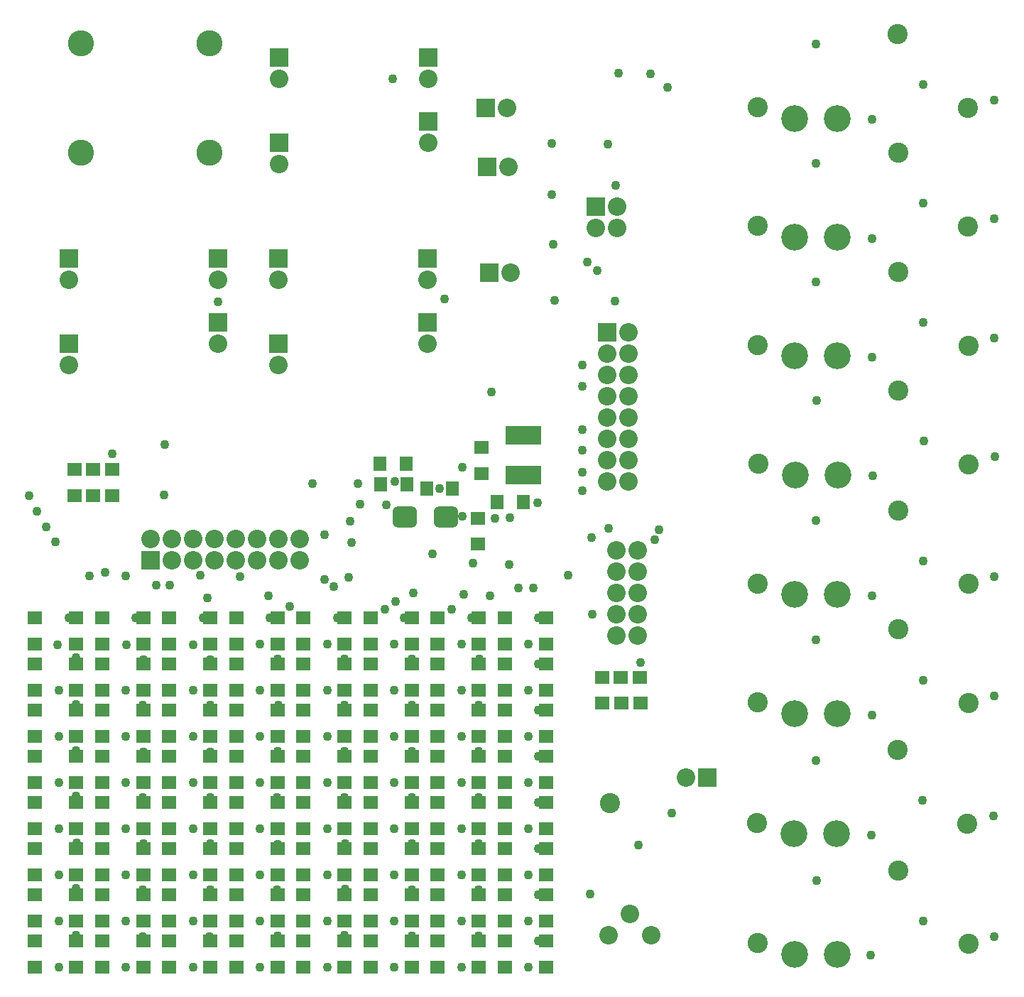
<source format=gbr>
%TF.GenerationSoftware,Altium Limited,Altium Designer,21.6.4 (81)*%
G04 Layer_Color=16711935*
%FSLAX45Y45*%
%MOMM*%
%TF.SameCoordinates,70D3979D-B5F9-41FC-A6F4-C74AF17E61BC*%
%TF.FilePolarity,Negative*%
%TF.FileFunction,Soldermask,Bot*%
%TF.Part,Single*%
G01*
G75*
%TA.AperFunction,SMDPad,CuDef*%
%ADD43R,1.70320X1.50320*%
%ADD44R,1.50320X1.70320*%
G04:AMPARAMS|DCode=45|XSize=2.9032mm|YSize=2.6032mm|CornerRadius=0.7016mm|HoleSize=0mm|Usage=FLASHONLY|Rotation=0.000|XOffset=0mm|YOffset=0mm|HoleType=Round|Shape=RoundedRectangle|*
%AMROUNDEDRECTD45*
21,1,2.90320,1.20000,0,0,0.0*
21,1,1.50000,2.60320,0,0,0.0*
1,1,1.40320,0.75000,-0.60000*
1,1,1.40320,-0.75000,-0.60000*
1,1,1.40320,-0.75000,0.60000*
1,1,1.40320,0.75000,0.60000*
%
%ADD45ROUNDEDRECTD45*%
%ADD46R,4.20320X2.20320*%
%TA.AperFunction,ComponentPad*%
%ADD47C,2.40320*%
%ADD48C,3.20320*%
%ADD49C,2.20320*%
%ADD50R,2.20320X2.20320*%
%ADD51R,2.20320X2.20320*%
%ADD52C,3.11320*%
%TA.AperFunction,ViaPad*%
%ADD53C,1.10320*%
D43*
X7031010Y3750290D02*
D03*
X7032110Y3440520D02*
D03*
X7254240Y3750290D02*
D03*
X7255340Y3440520D02*
D03*
X7483260Y3750290D02*
D03*
X7484360Y3440520D02*
D03*
X740700Y6228630D02*
D03*
X741800Y5918860D02*
D03*
X1191540Y6228630D02*
D03*
X1192640Y5918860D02*
D03*
X962520Y6228630D02*
D03*
X963620Y5918860D02*
D03*
X1070030Y296030D02*
D03*
X1068930Y605800D02*
D03*
Y1155800D02*
D03*
X1070030Y846030D02*
D03*
Y1396030D02*
D03*
X1068930Y1705800D02*
D03*
Y2255800D02*
D03*
X1070030Y1946030D02*
D03*
Y2496030D02*
D03*
X1068930Y2805800D02*
D03*
Y3355800D02*
D03*
X1070030Y3046030D02*
D03*
Y3596030D02*
D03*
X1068930Y3905800D02*
D03*
Y4455800D02*
D03*
X1070030Y4146030D02*
D03*
X1558930Y605800D02*
D03*
X1560030Y296030D02*
D03*
X1558930Y1155800D02*
D03*
X1560030Y846030D02*
D03*
X1558930Y1705800D02*
D03*
X1560030Y1396030D02*
D03*
X1558930Y2255800D02*
D03*
X1560030Y1946030D02*
D03*
X1558930Y2805800D02*
D03*
X1560030Y2496030D02*
D03*
X1558930Y3355800D02*
D03*
X1560030Y3046030D02*
D03*
X1558930Y3905800D02*
D03*
X1560030Y3596030D02*
D03*
X1558930Y4455800D02*
D03*
X1560030Y4146030D02*
D03*
X1868930Y605800D02*
D03*
X1870030Y296030D02*
D03*
Y846030D02*
D03*
X1868930Y1155800D02*
D03*
Y1705800D02*
D03*
X1870030Y1396030D02*
D03*
Y1946030D02*
D03*
X1868930Y2255800D02*
D03*
Y2805800D02*
D03*
X1870030Y2496030D02*
D03*
Y3046030D02*
D03*
X1868930Y3355800D02*
D03*
Y3905800D02*
D03*
X1870030Y3596030D02*
D03*
Y4146030D02*
D03*
X1868930Y4455800D02*
D03*
X2360030Y296030D02*
D03*
X2358930Y605800D02*
D03*
X2360030Y846030D02*
D03*
X2358930Y1155800D02*
D03*
X2360030Y1396030D02*
D03*
X2358930Y1705800D02*
D03*
X2360030Y1946030D02*
D03*
X2358930Y2255800D02*
D03*
X2360030Y2496030D02*
D03*
X2358930Y2805800D02*
D03*
X2360030Y3046030D02*
D03*
X2358930Y3355800D02*
D03*
X2360030Y3596030D02*
D03*
X2358930Y3905800D02*
D03*
X2360030Y4146030D02*
D03*
X2358930Y4455800D02*
D03*
X3958930D02*
D03*
X3960030Y4146030D02*
D03*
X3958930Y3905800D02*
D03*
X3960030Y3596030D02*
D03*
X3958930Y3355800D02*
D03*
X3960030Y3046030D02*
D03*
X3958930Y2805800D02*
D03*
X3960030Y2496030D02*
D03*
X3958930Y2255800D02*
D03*
X3960030Y1946030D02*
D03*
X3958930Y1705800D02*
D03*
X3960030Y1396030D02*
D03*
X3958930Y1155800D02*
D03*
X3960030Y846030D02*
D03*
X3958930Y605800D02*
D03*
X3960030Y296030D02*
D03*
X3468930Y4455800D02*
D03*
X3470030Y4146030D02*
D03*
Y3596030D02*
D03*
X3468930Y3905800D02*
D03*
Y3355800D02*
D03*
X3470030Y3046030D02*
D03*
Y2496030D02*
D03*
X3468930Y2805800D02*
D03*
Y2255800D02*
D03*
X3470030Y1946030D02*
D03*
Y1396030D02*
D03*
X3468930Y1705800D02*
D03*
Y1155800D02*
D03*
X3470030Y846030D02*
D03*
Y296030D02*
D03*
X3468930Y605800D02*
D03*
X4758930Y4455800D02*
D03*
X4760030Y4146030D02*
D03*
X4758930Y3905800D02*
D03*
X4760030Y3596030D02*
D03*
X4758930Y3355800D02*
D03*
X4760030Y3046030D02*
D03*
X4758930Y2805800D02*
D03*
X4760030Y2496030D02*
D03*
X4758930Y2255800D02*
D03*
X4760030Y1946030D02*
D03*
X4758930Y1705800D02*
D03*
X4760030Y1396030D02*
D03*
X4758930Y1155800D02*
D03*
X4760030Y846030D02*
D03*
X4758930Y605800D02*
D03*
X4760030Y296030D02*
D03*
X4270030Y4146030D02*
D03*
X4268930Y4455800D02*
D03*
Y3905800D02*
D03*
X4270030Y3596030D02*
D03*
Y3046030D02*
D03*
X4268930Y3355800D02*
D03*
Y2805800D02*
D03*
X4270030Y2496030D02*
D03*
Y1946030D02*
D03*
X4268930Y2255800D02*
D03*
Y1705800D02*
D03*
X4270030Y1396030D02*
D03*
Y846030D02*
D03*
X4268930Y1155800D02*
D03*
Y605800D02*
D03*
X4270030Y296030D02*
D03*
X3158930Y4455800D02*
D03*
X3160030Y4146030D02*
D03*
X3158930Y3905800D02*
D03*
X3160030Y3596030D02*
D03*
X3158930Y3355800D02*
D03*
X3160030Y3046030D02*
D03*
X3158930Y2805800D02*
D03*
X3160030Y2496030D02*
D03*
X3158930Y2255800D02*
D03*
X3160030Y1946030D02*
D03*
X3158930Y1705800D02*
D03*
X3160030Y1396030D02*
D03*
X3158930Y1155800D02*
D03*
X3160030Y846030D02*
D03*
X3158930Y605800D02*
D03*
X3160030Y296030D02*
D03*
X2670030Y4146030D02*
D03*
X2668930Y4455800D02*
D03*
Y3905800D02*
D03*
X2670030Y3596030D02*
D03*
Y3046030D02*
D03*
X2668930Y3355800D02*
D03*
Y2805800D02*
D03*
X2670030Y2496030D02*
D03*
Y1946030D02*
D03*
X2668930Y2255800D02*
D03*
Y1705800D02*
D03*
X2670030Y1396030D02*
D03*
Y846030D02*
D03*
X2668930Y1155800D02*
D03*
Y605800D02*
D03*
X2670030Y296030D02*
D03*
X5558930Y4455800D02*
D03*
X5560030Y4146030D02*
D03*
X5558930Y3905800D02*
D03*
X5560030Y3596030D02*
D03*
X5558930Y3355800D02*
D03*
X5560030Y3046030D02*
D03*
X5558930Y2805800D02*
D03*
X5560030Y2496030D02*
D03*
X5558930Y2255800D02*
D03*
X5560030Y1946030D02*
D03*
X5558930Y1705800D02*
D03*
X5560030Y1396030D02*
D03*
X5558930Y1155800D02*
D03*
X5560030Y846030D02*
D03*
X5558930Y605800D02*
D03*
X5560030Y296030D02*
D03*
X5068930Y4455800D02*
D03*
X5070030Y4146030D02*
D03*
Y3596030D02*
D03*
X5068930Y3905800D02*
D03*
Y3355800D02*
D03*
X5070030Y3046030D02*
D03*
Y2496030D02*
D03*
X5068930Y2805800D02*
D03*
Y2255800D02*
D03*
X5070030Y1946030D02*
D03*
Y1396030D02*
D03*
X5068930Y1705800D02*
D03*
Y1155800D02*
D03*
X5070030Y846030D02*
D03*
Y296030D02*
D03*
X5068930Y605800D02*
D03*
X6358930Y4455800D02*
D03*
X6360030Y4146030D02*
D03*
X6358930Y3905800D02*
D03*
X6360030Y3596030D02*
D03*
X6358930Y3355800D02*
D03*
X6360030Y3046030D02*
D03*
X6358930Y2805800D02*
D03*
X6360030Y2496030D02*
D03*
X6358930Y2255800D02*
D03*
X6360030Y1946030D02*
D03*
X6358930Y1705800D02*
D03*
X6360030Y1396030D02*
D03*
X6358930Y1155800D02*
D03*
X6360030Y846030D02*
D03*
X6358930Y605800D02*
D03*
X6360030Y296030D02*
D03*
X5870030Y4146030D02*
D03*
X5868930Y4455800D02*
D03*
Y3905800D02*
D03*
X5870030Y3596030D02*
D03*
Y3046030D02*
D03*
X5868930Y3355800D02*
D03*
Y2805800D02*
D03*
X5870030Y2496030D02*
D03*
Y1946030D02*
D03*
X5868930Y2255800D02*
D03*
Y1705800D02*
D03*
X5870030Y1396030D02*
D03*
Y846030D02*
D03*
X5868930Y1155800D02*
D03*
Y605800D02*
D03*
X5870030Y296030D02*
D03*
X268930Y3905800D02*
D03*
X270030Y3596030D02*
D03*
Y3046030D02*
D03*
X268930Y3355800D02*
D03*
Y2805800D02*
D03*
X270030Y2496030D02*
D03*
Y1946030D02*
D03*
X268930Y2255800D02*
D03*
Y1705800D02*
D03*
X270030Y1396030D02*
D03*
Y846030D02*
D03*
X268930Y1155800D02*
D03*
Y605800D02*
D03*
X270030Y296030D02*
D03*
Y4146030D02*
D03*
X268930Y4455800D02*
D03*
X760030Y296030D02*
D03*
X758930Y605800D02*
D03*
X760030Y846030D02*
D03*
X758930Y1155800D02*
D03*
X760030Y1396030D02*
D03*
X758930Y1705800D02*
D03*
X760030Y1946030D02*
D03*
X758930Y2255800D02*
D03*
X760030Y2496030D02*
D03*
X758930Y2805800D02*
D03*
X760030Y3046030D02*
D03*
X758930Y3355800D02*
D03*
X760030Y3596030D02*
D03*
X758930Y3905800D02*
D03*
X760030Y4146030D02*
D03*
X758930Y4455800D02*
D03*
X5551000Y5335380D02*
D03*
X5549900Y5645150D02*
D03*
X5593653Y6491549D02*
D03*
X5594753Y6181779D02*
D03*
D44*
X4700270Y6047740D02*
D03*
X4390500Y6046640D02*
D03*
X4384150Y6295560D02*
D03*
X4693920Y6296660D02*
D03*
X5778883Y5835449D02*
D03*
X6088653Y5836549D02*
D03*
X4938653Y5996549D02*
D03*
X5248423Y5997649D02*
D03*
D45*
X5171601Y5665471D02*
D03*
X4673600Y5665470D02*
D03*
D46*
X6092190Y6160020D02*
D03*
Y6637020D02*
D03*
D47*
X11394440Y9124950D02*
D03*
X10557510Y10003790D02*
D03*
X8882380Y9132570D02*
D03*
X7122160Y2246630D02*
D03*
X11396980Y3441700D02*
D03*
X10560050Y4320540D02*
D03*
X8884920Y3449320D02*
D03*
X11397390Y569550D02*
D03*
X10560460Y1448390D02*
D03*
X8885330Y577170D02*
D03*
X8881110Y10548620D02*
D03*
X10556240Y11419840D02*
D03*
X11393170Y10541000D02*
D03*
X8874450Y2014810D02*
D03*
X10549580Y2886030D02*
D03*
X11386510Y2007190D02*
D03*
X8884920Y4869180D02*
D03*
X10560050Y5740400D02*
D03*
X11396980Y4861560D02*
D03*
X8890000Y6296660D02*
D03*
X10565130Y7167880D02*
D03*
X11402060Y6289040D02*
D03*
X8884920Y7712710D02*
D03*
X10560050Y8583930D02*
D03*
X11396980Y7705090D02*
D03*
D48*
X9325610Y8999220D02*
D03*
X9833610D02*
D03*
X9832340Y10415270D02*
D03*
X9836150Y7579360D02*
D03*
X9841230Y6163310D02*
D03*
X9836150Y4735830D02*
D03*
Y3315970D02*
D03*
X9825680Y1881460D02*
D03*
X9836560Y443820D02*
D03*
X9328150Y3315970D02*
D03*
X9328560Y443820D02*
D03*
X9324340Y10415270D02*
D03*
X9317680Y1881460D02*
D03*
X9328150Y4735830D02*
D03*
X9333230Y6163310D02*
D03*
X9328150Y7579360D02*
D03*
D49*
X2410460Y5147310D02*
D03*
X2664460D02*
D03*
X2918460D02*
D03*
X3172460D02*
D03*
X3426460D02*
D03*
X7106920Y671830D02*
D03*
X7614920D02*
D03*
X7360920Y925830D02*
D03*
X8030210Y2557780D02*
D03*
X7208520Y9358630D02*
D03*
Y9104630D02*
D03*
X6954520D02*
D03*
X5896610Y10539730D02*
D03*
X1902460Y5147310D02*
D03*
X2156460D02*
D03*
X2918460Y5401310D02*
D03*
X3172460D02*
D03*
X3426460D02*
D03*
X2664460D02*
D03*
X2410460D02*
D03*
X2156460D02*
D03*
X1902460D02*
D03*
X1648460D02*
D03*
X7457440Y5262880D02*
D03*
X7203440D02*
D03*
X7457440Y5008880D02*
D03*
X7203440D02*
D03*
X7457440Y4754880D02*
D03*
X7203440D02*
D03*
X7457440Y4500880D02*
D03*
X7203440D02*
D03*
X7457440Y4246880D02*
D03*
X7203440D02*
D03*
X7341870Y7861300D02*
D03*
Y7607300D02*
D03*
Y7353300D02*
D03*
Y7099300D02*
D03*
Y6845300D02*
D03*
Y6083300D02*
D03*
Y6337300D02*
D03*
Y6591300D02*
D03*
X7087870D02*
D03*
Y6337300D02*
D03*
Y6083300D02*
D03*
Y6845300D02*
D03*
Y7099300D02*
D03*
Y7353300D02*
D03*
Y7607300D02*
D03*
X5941200Y8570740D02*
D03*
X3173970Y7470260D02*
D03*
X4951970Y7724260D02*
D03*
X3173970Y8486260D02*
D03*
X4951970D02*
D03*
X673970Y7470260D02*
D03*
X2451970Y7724260D02*
D03*
X673970Y8486260D02*
D03*
X2451970D02*
D03*
X5916930Y9837420D02*
D03*
X3182620Y9865360D02*
D03*
X4960620Y10119360D02*
D03*
X3182620Y10881360D02*
D03*
X4960620D02*
D03*
D50*
X8284210Y2557780D02*
D03*
X6954520Y9358630D02*
D03*
X5642610Y10539730D02*
D03*
X7087870Y7861300D02*
D03*
X5687200Y8570740D02*
D03*
X5662930Y9837420D02*
D03*
D51*
X1648460Y5147310D02*
D03*
X3173970Y7724260D02*
D03*
X4951970Y7978260D02*
D03*
X3173970Y8740260D02*
D03*
X4951970D02*
D03*
X673970Y7724260D02*
D03*
X2451970Y7978260D02*
D03*
X673970Y8740260D02*
D03*
X2451970D02*
D03*
X3182620Y10119360D02*
D03*
X4960620Y10373360D02*
D03*
X3182620Y11135360D02*
D03*
X4960620D02*
D03*
D52*
X2348260Y11306930D02*
D03*
X818260D02*
D03*
X2348260Y10006930D02*
D03*
X818260D02*
D03*
D53*
X10246080Y8984260D02*
D03*
X11704320Y9215120D02*
D03*
X10858500Y9400540D02*
D03*
X9580880Y9881870D02*
D03*
X10861040Y5137150D02*
D03*
X6791960Y7472680D02*
D03*
Y6459220D02*
D03*
Y7217410D02*
D03*
Y6701790D02*
D03*
Y6191250D02*
D03*
X7184390Y8235950D02*
D03*
X2708500Y4951242D02*
D03*
X3055620Y4723130D02*
D03*
X2326640Y4694609D02*
D03*
X2240280Y4970780D02*
D03*
X1878330Y4845050D02*
D03*
X5488653Y5107940D02*
D03*
X4779067Y4758330D02*
D03*
X1352550Y4959350D02*
D03*
X1101090Y5003800D02*
D03*
X9576900Y2760160D02*
D03*
X9583420Y4198620D02*
D03*
X10248620Y3301010D02*
D03*
X11706860Y3531870D02*
D03*
X10861040Y3717290D02*
D03*
X9583420Y5618480D02*
D03*
X10248620Y4720870D02*
D03*
X11706860Y4951730D02*
D03*
X9588500Y7045960D02*
D03*
X10253700Y6148350D02*
D03*
X11711940Y6379210D02*
D03*
X10866120Y6564630D02*
D03*
X9583420Y8462010D02*
D03*
X10248620Y7564400D02*
D03*
X11706860Y7795260D02*
D03*
X10861040Y7980680D02*
D03*
X9579610Y11297920D02*
D03*
X4435738Y4562710D02*
D03*
X4011430Y4943233D02*
D03*
X5235738Y4562710D02*
D03*
X6033770Y4817781D02*
D03*
X3827179Y4830499D02*
D03*
X6889750Y1162050D02*
D03*
X7462520Y1746250D02*
D03*
X7858760Y2132330D02*
D03*
X4025900Y5612130D02*
D03*
X4041140Y5360670D02*
D03*
X5749290Y5641340D02*
D03*
X5922010Y5097780D02*
D03*
X5933440Y5651549D02*
D03*
X5093423Y5996549D02*
D03*
X5361601Y5669221D02*
D03*
X5363210Y6257290D02*
D03*
X5011420Y5217940D02*
D03*
X6261100Y5830570D02*
D03*
X5694356Y4724076D02*
D03*
X7484530Y3923880D02*
D03*
X1814830Y6526530D02*
D03*
X1808480Y5923280D02*
D03*
X4140200Y5815330D02*
D03*
X4568190Y4650310D02*
D03*
X1191540Y6415050D02*
D03*
X6626000Y4968240D02*
D03*
X6913020Y4500880D02*
D03*
X6210300Y4817781D02*
D03*
X5379720Y4737781D02*
D03*
X6790690Y5974925D02*
D03*
X6901180Y5411549D02*
D03*
X7103110Y5527880D02*
D03*
X4758690Y664210D02*
D03*
X4762500Y1219200D02*
D03*
X4758690Y1766570D02*
D03*
Y2317750D02*
D03*
Y2868930D02*
D03*
X4762500Y3420110D02*
D03*
X5556250Y664210D02*
D03*
X5558790Y1214120D02*
D03*
X5560060Y1766570D02*
D03*
Y2315210D02*
D03*
X5557520Y2870200D02*
D03*
X5558790Y3421380D02*
D03*
X5566410Y3967480D02*
D03*
X5351550Y3594650D02*
D03*
X4758690Y3964940D02*
D03*
X3959860Y671830D02*
D03*
X3963670Y1221740D02*
D03*
X3962400Y1767840D02*
D03*
X3957320Y2320290D02*
D03*
Y2870200D02*
D03*
X3959860Y3421380D02*
D03*
X3957320Y3964940D02*
D03*
X3157485Y1761225D02*
D03*
X3157220Y1216660D02*
D03*
X3158490Y666750D02*
D03*
X3155950Y2319020D02*
D03*
X3161030Y2868930D02*
D03*
X3166110Y3415030D02*
D03*
X3158490Y3970020D02*
D03*
X2951550Y294650D02*
D03*
Y844650D02*
D03*
Y2494650D02*
D03*
Y3594650D02*
D03*
Y1394650D02*
D03*
Y1944650D02*
D03*
Y3044650D02*
D03*
X2952140Y4144060D02*
D03*
X3305810Y4592320D02*
D03*
X3068980Y4455210D02*
D03*
X3751550Y294650D02*
D03*
Y844650D02*
D03*
Y1944650D02*
D03*
Y1394650D02*
D03*
Y2494650D02*
D03*
Y3044650D02*
D03*
Y3594650D02*
D03*
X3752140Y4144060D02*
D03*
X3868980Y4455210D02*
D03*
X4551550Y294650D02*
D03*
Y844650D02*
D03*
Y1394650D02*
D03*
Y1944650D02*
D03*
Y2494650D02*
D03*
Y3044650D02*
D03*
Y3594650D02*
D03*
X4552140Y4144060D02*
D03*
X4668980Y4455210D02*
D03*
X5351550Y844650D02*
D03*
Y294650D02*
D03*
Y1394650D02*
D03*
Y1944650D02*
D03*
Y2494650D02*
D03*
Y3044650D02*
D03*
X5352140Y4144060D02*
D03*
X5468980Y4455210D02*
D03*
X6151550Y294650D02*
D03*
Y844650D02*
D03*
Y1394650D02*
D03*
Y1944650D02*
D03*
Y2494650D02*
D03*
Y3044650D02*
D03*
Y3594650D02*
D03*
X6152140Y4144060D02*
D03*
X6268390Y605800D02*
D03*
Y1155800D02*
D03*
Y1705800D02*
D03*
Y2255800D02*
D03*
Y2805800D02*
D03*
Y3355800D02*
D03*
Y3905800D02*
D03*
X6268980Y4455210D02*
D03*
X2268980D02*
D03*
X2360830Y3962400D02*
D03*
X2355750Y3420110D02*
D03*
X2358290Y2858770D02*
D03*
X2355750Y2317750D02*
D03*
X2360830Y1767840D02*
D03*
X2355750Y1212850D02*
D03*
X2351940Y660400D02*
D03*
X2155090Y4140200D02*
D03*
X2151550Y3594650D02*
D03*
Y3044650D02*
D03*
Y2494650D02*
D03*
Y1944650D02*
D03*
Y1394650D02*
D03*
Y844650D02*
D03*
Y294650D02*
D03*
X1551940Y660400D02*
D03*
X1555750Y1212850D02*
D03*
X1560830Y1767840D02*
D03*
X1555750Y2317750D02*
D03*
X1558290Y2858770D02*
D03*
X1555750Y3420110D02*
D03*
X1560830Y3962400D02*
D03*
X1351550Y294650D02*
D03*
Y844650D02*
D03*
Y1394650D02*
D03*
Y1944650D02*
D03*
Y2494650D02*
D03*
Y3594650D02*
D03*
Y3044650D02*
D03*
X1355090Y4140200D02*
D03*
X1468980Y4455210D02*
D03*
X759460Y675640D02*
D03*
X758190Y1229360D02*
D03*
X762000Y1772920D02*
D03*
X757751Y2335800D02*
D03*
X756920Y2874010D02*
D03*
X755650Y3429000D02*
D03*
X757751Y3985800D02*
D03*
X539670Y4135120D02*
D03*
X3719830Y4912360D02*
D03*
Y5445760D02*
D03*
X4122019Y6058760D02*
D03*
X5708064Y7148146D02*
D03*
X6443000Y8915400D02*
D03*
X7101840Y10105390D02*
D03*
X6464300Y8242300D02*
D03*
X6430010Y9504680D02*
D03*
X6428478Y10115888D02*
D03*
X7223770Y10954269D02*
D03*
X7609695Y10948525D02*
D03*
X7655970Y5389428D02*
D03*
X7710170Y5513070D02*
D03*
X3575350Y6058760D02*
D03*
X7195820Y9615170D02*
D03*
X6854190Y8703310D02*
D03*
X6971030Y8599170D02*
D03*
X512630Y5364480D02*
D03*
X916430Y4957570D02*
D03*
X405130Y5539740D02*
D03*
X1714500Y4844366D02*
D03*
X295000Y5730240D02*
D03*
X196850Y5911850D02*
D03*
X2451970Y8222850D02*
D03*
X5152390Y8260080D02*
D03*
X4531360Y10887710D02*
D03*
X7811770Y10779760D02*
D03*
X4560859Y6080498D02*
D03*
X4453244Y5803243D02*
D03*
X10857230Y10816590D02*
D03*
X11703050Y10631170D02*
D03*
X10850570Y2282780D02*
D03*
X11696390Y2097360D02*
D03*
X11707270Y659720D02*
D03*
X10861450Y845140D02*
D03*
X10229120Y436020D02*
D03*
X10238150Y1866500D02*
D03*
X9583830Y1326470D02*
D03*
X10244810Y10400310D02*
D03*
X551550Y2494650D02*
D03*
Y294650D02*
D03*
Y1394650D02*
D03*
Y844650D02*
D03*
Y1944650D02*
D03*
Y3044650D02*
D03*
Y3594650D02*
D03*
X668980Y4455210D02*
D03*
%TF.MD5,2a8e5445734242fe9d18f8652fcddaec*%
M02*

</source>
